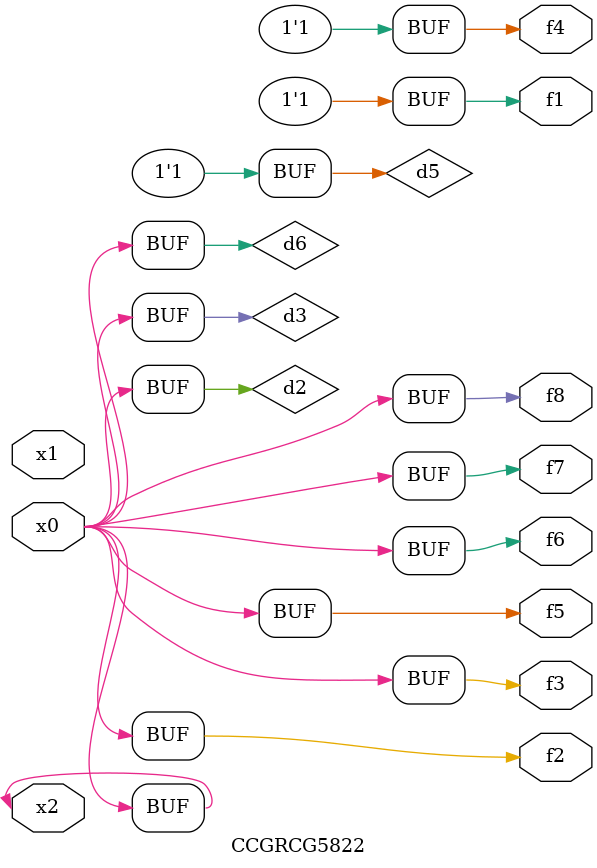
<source format=v>
module CCGRCG5822(
	input x0, x1, x2,
	output f1, f2, f3, f4, f5, f6, f7, f8
);

	wire d1, d2, d3, d4, d5, d6;

	xnor (d1, x2);
	buf (d2, x0, x2);
	and (d3, x0);
	xnor (d4, x1, x2);
	nand (d5, d1, d3);
	buf (d6, d2, d3);
	assign f1 = d5;
	assign f2 = d6;
	assign f3 = d6;
	assign f4 = d5;
	assign f5 = d6;
	assign f6 = d6;
	assign f7 = d6;
	assign f8 = d6;
endmodule

</source>
